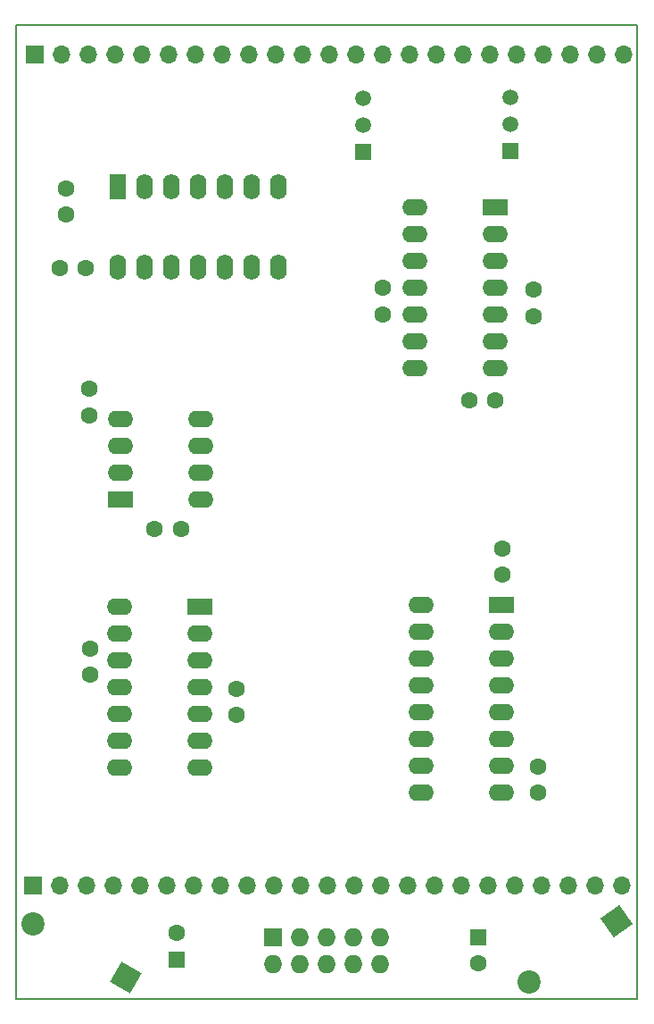
<source format=gbr>
%TF.GenerationSoftware,KiCad,Pcbnew,(5.99.0-13086-gffd1139cfe)*%
%TF.CreationDate,2021-11-22T18:43:28+08:00*%
%TF.ProjectId,Farini_EURO,46617269-6e69-45f4-9555-524f2e6b6963,rev?*%
%TF.SameCoordinates,Original*%
%TF.FileFunction,Soldermask,Top*%
%TF.FilePolarity,Negative*%
%FSLAX46Y46*%
G04 Gerber Fmt 4.6, Leading zero omitted, Abs format (unit mm)*
G04 Created by KiCad (PCBNEW (5.99.0-13086-gffd1139cfe)) date 2021-11-22 18:43:28*
%MOMM*%
%LPD*%
G01*
G04 APERTURE LIST*
G04 Aperture macros list*
%AMHorizOval*
0 Thick line with rounded ends*
0 $1 width*
0 $2 $3 position (X,Y) of the first rounded end (center of the circle)*
0 $4 $5 position (X,Y) of the second rounded end (center of the circle)*
0 Add line between two ends*
20,1,$1,$2,$3,$4,$5,0*
0 Add two circle primitives to create the rounded ends*
1,1,$1,$2,$3*
1,1,$1,$4,$5*%
%AMRotRect*
0 Rectangle, with rotation*
0 The origin of the aperture is its center*
0 $1 length*
0 $2 width*
0 $3 Rotation angle, in degrees counterclockwise*
0 Add horizontal line*
21,1,$1,$2,0,0,$3*%
G04 Aperture macros list end*
%TA.AperFunction,Profile*%
%ADD10C,0.150000*%
%TD*%
%ADD11R,1.700000X1.700000*%
%ADD12O,1.700000X1.700000*%
%ADD13R,1.600000X1.600000*%
%ADD14C,1.600000*%
%ADD15RotRect,2.200000X2.200000X215.000000*%
%ADD16HorizOval,2.200000X0.000000X0.000000X0.000000X0.000000X0*%
%ADD17RotRect,2.200000X2.200000X150.000000*%
%ADD18HorizOval,2.200000X0.000000X0.000000X0.000000X0.000000X0*%
%ADD19R,1.727200X1.727200*%
%ADD20O,1.727200X1.727200*%
%ADD21R,1.500000X1.500000*%
%ADD22C,1.500000*%
%ADD23R,2.400000X1.600000*%
%ADD24O,2.400000X1.600000*%
%ADD25R,1.600000X2.400000*%
%ADD26O,1.600000X2.400000*%
G04 APERTURE END LIST*
D10*
X47205489Y-140455901D02*
X106135489Y-140455901D01*
X47205489Y-48154626D02*
X47205489Y-140455901D01*
X106135489Y-48154626D02*
X47205489Y-48154626D01*
X106135489Y-140455901D02*
X106135489Y-48154626D01*
D11*
%TO.C,J2*%
X48917318Y-50955489D03*
D12*
X51457318Y-50955489D03*
X53997318Y-50955489D03*
X56537318Y-50955489D03*
X59077318Y-50955489D03*
X61617318Y-50955489D03*
X64157318Y-50955489D03*
X66697318Y-50955489D03*
X69237318Y-50955489D03*
X71777318Y-50955489D03*
X74317318Y-50955489D03*
X76857318Y-50955489D03*
X79397318Y-50955489D03*
X81937318Y-50955489D03*
X84477318Y-50955489D03*
X87017318Y-50955489D03*
X89557318Y-50955489D03*
X92097318Y-50955489D03*
X94637318Y-50955489D03*
X97177318Y-50955489D03*
X99717318Y-50955489D03*
X102257318Y-50955489D03*
X104797318Y-50955489D03*
%TD*%
D11*
%TO.C,J2*%
X48790489Y-129705489D03*
D12*
X51330489Y-129705489D03*
X53870489Y-129705489D03*
X56410489Y-129705489D03*
X58950489Y-129705489D03*
X61490489Y-129705489D03*
X64030489Y-129705489D03*
X66570489Y-129705489D03*
X69110489Y-129705489D03*
X71650489Y-129705489D03*
X74190489Y-129705489D03*
X76730489Y-129705489D03*
X79270489Y-129705489D03*
X81810489Y-129705489D03*
X84350489Y-129705489D03*
X86890489Y-129705489D03*
X89430489Y-129705489D03*
X91970489Y-129705489D03*
X94510489Y-129705489D03*
X97050489Y-129705489D03*
X99590489Y-129705489D03*
X102130489Y-129705489D03*
X104670489Y-129705489D03*
%TD*%
D13*
%TO.C,C1*%
X91005489Y-134625489D03*
D14*
X91005489Y-137125489D03*
%TD*%
D13*
%TO.C,C2*%
X62425489Y-136725489D03*
D14*
X62425489Y-134225489D03*
%TD*%
%TO.C,C3*%
X96265489Y-75765800D03*
X96265489Y-73265800D03*
%TD*%
%TO.C,C4*%
X68080489Y-113574429D03*
X68080489Y-111074429D03*
%TD*%
%TO.C,C5*%
X60328971Y-95906289D03*
X62828971Y-95906289D03*
%TD*%
%TO.C,C6*%
X81995489Y-75595800D03*
X81995489Y-73095800D03*
%TD*%
%TO.C,C7*%
X54170489Y-107254429D03*
X54170489Y-109754429D03*
%TD*%
%TO.C,C8*%
X54078971Y-82656289D03*
X54078971Y-85156289D03*
%TD*%
%TO.C,C9*%
X90155489Y-83705800D03*
X92655489Y-83705800D03*
%TD*%
%TO.C,C10*%
X96693384Y-118417904D03*
X96693384Y-120917904D03*
%TD*%
%TO.C,C11*%
X93315489Y-97775489D03*
X93315489Y-100275489D03*
%TD*%
D15*
%TO.C,D1*%
X104166781Y-133071721D03*
D16*
X95844196Y-138899258D03*
%TD*%
D17*
%TO.C,D5*%
X57604898Y-138455489D03*
D18*
X48806080Y-133375489D03*
%TD*%
D19*
%TO.C,J1*%
X71590489Y-134615489D03*
D20*
X71590489Y-137155489D03*
X74130489Y-134615489D03*
X74130489Y-137155489D03*
X76670489Y-134615489D03*
X76670489Y-137155489D03*
X79210489Y-134615489D03*
X79210489Y-137155489D03*
X81750489Y-134615489D03*
X81750489Y-137155489D03*
%TD*%
D21*
%TO.C,Q1*%
X94105489Y-60095489D03*
D22*
X94105489Y-57555489D03*
X94105489Y-55015489D03*
%TD*%
D21*
%TO.C,Q2*%
X80149239Y-60225489D03*
D22*
X80149239Y-57685489D03*
X80149239Y-55145489D03*
%TD*%
D23*
%TO.C,U1*%
X92625489Y-65465800D03*
D24*
X92625489Y-68005800D03*
X92625489Y-70545800D03*
X92625489Y-73085800D03*
X92625489Y-75625800D03*
X92625489Y-78165800D03*
X92625489Y-80705800D03*
X85005489Y-80705800D03*
X85005489Y-78165800D03*
X85005489Y-75625800D03*
X85005489Y-73085800D03*
X85005489Y-70545800D03*
X85005489Y-68005800D03*
X85005489Y-65465800D03*
%TD*%
D23*
%TO.C,U2*%
X64615489Y-103300489D03*
D24*
X64615489Y-105840489D03*
X64615489Y-108380489D03*
X64615489Y-110920489D03*
X64615489Y-113460489D03*
X64615489Y-116000489D03*
X64615489Y-118540489D03*
X56995489Y-118540489D03*
X56995489Y-116000489D03*
X56995489Y-113460489D03*
X56995489Y-110920489D03*
X56995489Y-108380489D03*
X56995489Y-105840489D03*
X56995489Y-103300489D03*
%TD*%
D25*
%TO.C,U3*%
X56862989Y-63510969D03*
D26*
X59402989Y-63510969D03*
X61942989Y-63510969D03*
X64482989Y-63510969D03*
X67022989Y-63510969D03*
X69562989Y-63510969D03*
X72102989Y-63510969D03*
X72102989Y-71130969D03*
X69562989Y-71130969D03*
X67022989Y-71130969D03*
X64482989Y-71130969D03*
X61942989Y-71130969D03*
X59402989Y-71130969D03*
X56862989Y-71130969D03*
%TD*%
D23*
%TO.C,U4*%
X93273384Y-103137904D03*
D24*
X93273384Y-105677904D03*
X93273384Y-108217904D03*
X93273384Y-110757904D03*
X93273384Y-113297904D03*
X93273384Y-115837904D03*
X93273384Y-118377904D03*
X93273384Y-120917904D03*
X85653384Y-120917904D03*
X85653384Y-118377904D03*
X85653384Y-115837904D03*
X85653384Y-113297904D03*
X85653384Y-110757904D03*
X85653384Y-108217904D03*
X85653384Y-105677904D03*
X85653384Y-103137904D03*
%TD*%
D14*
%TO.C,C12*%
X51917989Y-63660969D03*
X51917989Y-66160969D03*
%TD*%
D23*
%TO.C,U5*%
X57078971Y-93166289D03*
D24*
X57078971Y-90626289D03*
X57078971Y-88086289D03*
X57078971Y-85546289D03*
X64698971Y-85546289D03*
X64698971Y-88086289D03*
X64698971Y-90626289D03*
X64698971Y-93166289D03*
%TD*%
D14*
%TO.C,C13*%
X51305489Y-71205489D03*
X53805489Y-71205489D03*
%TD*%
M02*

</source>
